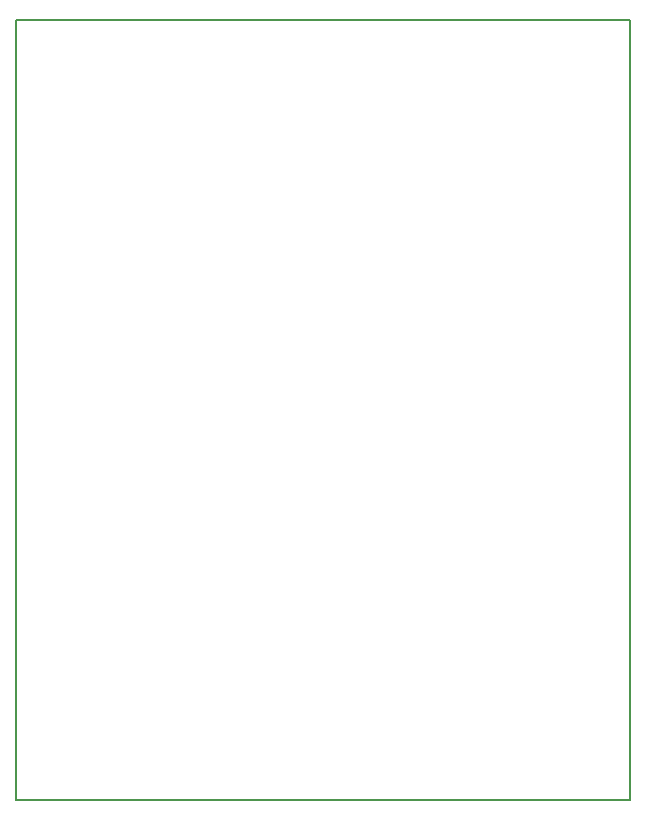
<source format=gbr>
G04 DipTrace 3.0.0.2*
G04 BoardOutline.gbr*
%MOMM*%
G04 #@! TF.FileFunction,Profile*
G04 #@! TF.Part,Single*
%ADD11C,0.14*%
%FSLAX35Y35*%
G04*
G71*
G90*
G75*
G01*
G04 BoardOutline*
%LPD*%
X1000000Y1000000D2*
D11*
Y7600000D1*
X6200000D1*
Y1000000D1*
X1000000D1*
M02*

</source>
